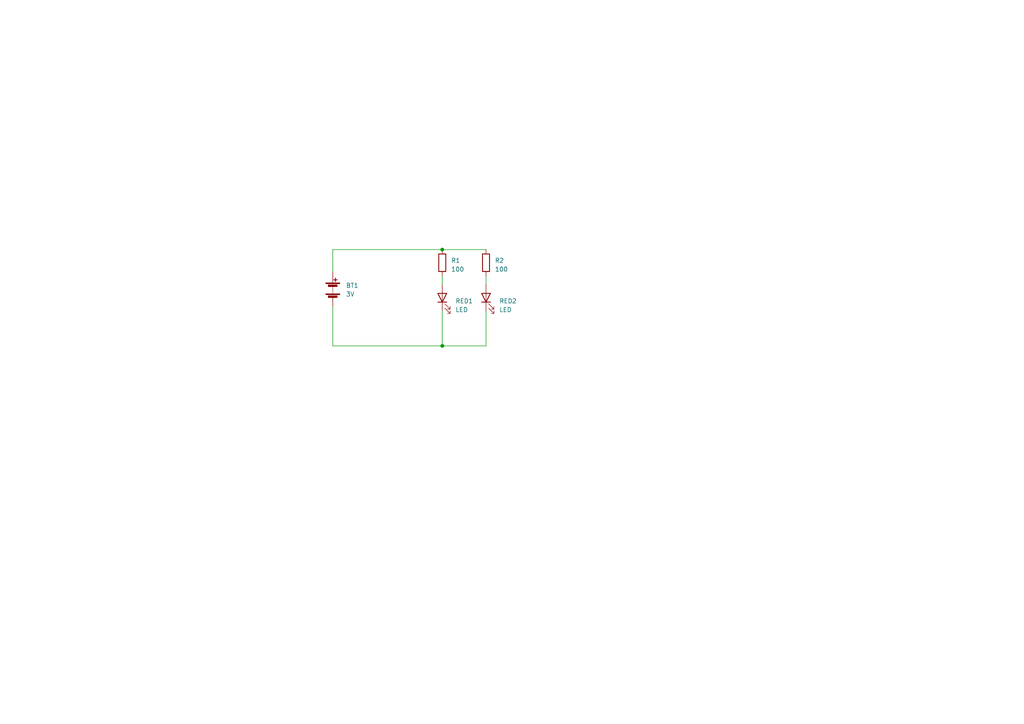
<source format=kicad_sch>
(kicad_sch (version 20230121) (generator eeschema)

  (uuid 71fbb82a-5db7-404e-9338-e556fa07dc70)

  (paper "A4")

  (lib_symbols
    (symbol "Device:Battery" (pin_numbers hide) (pin_names (offset 0) hide) (in_bom yes) (on_board yes)
      (property "Reference" "BT" (at 2.54 2.54 0)
        (effects (font (size 1.27 1.27)) (justify left))
      )
      (property "Value" "Battery" (at 2.54 0 0)
        (effects (font (size 1.27 1.27)) (justify left))
      )
      (property "Footprint" "" (at 0 1.524 90)
        (effects (font (size 1.27 1.27)) hide)
      )
      (property "Datasheet" "~" (at 0 1.524 90)
        (effects (font (size 1.27 1.27)) hide)
      )
      (property "ki_keywords" "batt voltage-source cell" (at 0 0 0)
        (effects (font (size 1.27 1.27)) hide)
      )
      (property "ki_description" "Multiple-cell battery" (at 0 0 0)
        (effects (font (size 1.27 1.27)) hide)
      )
      (symbol "Battery_0_1"
        (rectangle (start -2.032 -1.397) (end 2.032 -1.651)
          (stroke (width 0) (type default))
          (fill (type outline))
        )
        (rectangle (start -2.032 1.778) (end 2.032 1.524)
          (stroke (width 0) (type default))
          (fill (type outline))
        )
        (rectangle (start -1.3208 -1.9812) (end 1.27 -2.4892)
          (stroke (width 0) (type default))
          (fill (type outline))
        )
        (rectangle (start -1.3208 1.1938) (end 1.27 0.6858)
          (stroke (width 0) (type default))
          (fill (type outline))
        )
        (polyline
          (pts
            (xy 0 -1.524)
            (xy 0 -1.27)
          )
          (stroke (width 0) (type default))
          (fill (type none))
        )
        (polyline
          (pts
            (xy 0 -1.016)
            (xy 0 -0.762)
          )
          (stroke (width 0) (type default))
          (fill (type none))
        )
        (polyline
          (pts
            (xy 0 -0.508)
            (xy 0 -0.254)
          )
          (stroke (width 0) (type default))
          (fill (type none))
        )
        (polyline
          (pts
            (xy 0 0)
            (xy 0 0.254)
          )
          (stroke (width 0) (type default))
          (fill (type none))
        )
        (polyline
          (pts
            (xy 0 0.508)
            (xy 0 0.762)
          )
          (stroke (width 0) (type default))
          (fill (type none))
        )
        (polyline
          (pts
            (xy 0 1.778)
            (xy 0 2.54)
          )
          (stroke (width 0) (type default))
          (fill (type none))
        )
        (polyline
          (pts
            (xy 0.254 2.667)
            (xy 1.27 2.667)
          )
          (stroke (width 0.254) (type default))
          (fill (type none))
        )
        (polyline
          (pts
            (xy 0.762 3.175)
            (xy 0.762 2.159)
          )
          (stroke (width 0.254) (type default))
          (fill (type none))
        )
      )
      (symbol "Battery_1_1"
        (pin passive line (at 0 5.08 270) (length 2.54)
          (name "+" (effects (font (size 1.27 1.27))))
          (number "1" (effects (font (size 1.27 1.27))))
        )
        (pin passive line (at 0 -5.08 90) (length 2.54)
          (name "-" (effects (font (size 1.27 1.27))))
          (number "2" (effects (font (size 1.27 1.27))))
        )
      )
    )
    (symbol "Device:LED" (pin_numbers hide) (pin_names (offset 1.016) hide) (in_bom yes) (on_board yes)
      (property "Reference" "D" (at 0 2.54 0)
        (effects (font (size 1.27 1.27)))
      )
      (property "Value" "LED" (at 0 -2.54 0)
        (effects (font (size 1.27 1.27)))
      )
      (property "Footprint" "" (at 0 0 0)
        (effects (font (size 1.27 1.27)) hide)
      )
      (property "Datasheet" "~" (at 0 0 0)
        (effects (font (size 1.27 1.27)) hide)
      )
      (property "ki_keywords" "LED diode" (at 0 0 0)
        (effects (font (size 1.27 1.27)) hide)
      )
      (property "ki_description" "Light emitting diode" (at 0 0 0)
        (effects (font (size 1.27 1.27)) hide)
      )
      (property "ki_fp_filters" "LED* LED_SMD:* LED_THT:*" (at 0 0 0)
        (effects (font (size 1.27 1.27)) hide)
      )
      (symbol "LED_0_1"
        (polyline
          (pts
            (xy -1.27 -1.27)
            (xy -1.27 1.27)
          )
          (stroke (width 0.254) (type default))
          (fill (type none))
        )
        (polyline
          (pts
            (xy -1.27 0)
            (xy 1.27 0)
          )
          (stroke (width 0) (type default))
          (fill (type none))
        )
        (polyline
          (pts
            (xy 1.27 -1.27)
            (xy 1.27 1.27)
            (xy -1.27 0)
            (xy 1.27 -1.27)
          )
          (stroke (width 0.254) (type default))
          (fill (type none))
        )
        (polyline
          (pts
            (xy -3.048 -0.762)
            (xy -4.572 -2.286)
            (xy -3.81 -2.286)
            (xy -4.572 -2.286)
            (xy -4.572 -1.524)
          )
          (stroke (width 0) (type default))
          (fill (type none))
        )
        (polyline
          (pts
            (xy -1.778 -0.762)
            (xy -3.302 -2.286)
            (xy -2.54 -2.286)
            (xy -3.302 -2.286)
            (xy -3.302 -1.524)
          )
          (stroke (width 0) (type default))
          (fill (type none))
        )
      )
      (symbol "LED_1_1"
        (pin passive line (at -3.81 0 0) (length 2.54)
          (name "K" (effects (font (size 1.27 1.27))))
          (number "1" (effects (font (size 1.27 1.27))))
        )
        (pin passive line (at 3.81 0 180) (length 2.54)
          (name "A" (effects (font (size 1.27 1.27))))
          (number "2" (effects (font (size 1.27 1.27))))
        )
      )
    )
    (symbol "Device:R" (pin_numbers hide) (pin_names (offset 0)) (in_bom yes) (on_board yes)
      (property "Reference" "R" (at 2.032 0 90)
        (effects (font (size 1.27 1.27)))
      )
      (property "Value" "R" (at 0 0 90)
        (effects (font (size 1.27 1.27)))
      )
      (property "Footprint" "" (at -1.778 0 90)
        (effects (font (size 1.27 1.27)) hide)
      )
      (property "Datasheet" "~" (at 0 0 0)
        (effects (font (size 1.27 1.27)) hide)
      )
      (property "ki_keywords" "R res resistor" (at 0 0 0)
        (effects (font (size 1.27 1.27)) hide)
      )
      (property "ki_description" "Resistor" (at 0 0 0)
        (effects (font (size 1.27 1.27)) hide)
      )
      (property "ki_fp_filters" "R_*" (at 0 0 0)
        (effects (font (size 1.27 1.27)) hide)
      )
      (symbol "R_0_1"
        (rectangle (start -1.016 -2.54) (end 1.016 2.54)
          (stroke (width 0.254) (type default))
          (fill (type none))
        )
      )
      (symbol "R_1_1"
        (pin passive line (at 0 3.81 270) (length 1.27)
          (name "~" (effects (font (size 1.27 1.27))))
          (number "1" (effects (font (size 1.27 1.27))))
        )
        (pin passive line (at 0 -3.81 90) (length 1.27)
          (name "~" (effects (font (size 1.27 1.27))))
          (number "2" (effects (font (size 1.27 1.27))))
        )
      )
    )
  )

  (junction (at 128.27 100.33) (diameter 0) (color 0 0 0 0)
    (uuid 52602e3c-8614-44bf-8efa-87a39beb14c8)
  )
  (junction (at 128.27 72.39) (diameter 0) (color 0 0 0 0)
    (uuid ca30bc12-4963-4d3a-941e-9393e340976a)
  )

  (wire (pts (xy 96.52 72.39) (xy 96.52 78.74))
    (stroke (width 0) (type default))
    (uuid 08baf307-bc10-47b7-a738-5cd5243483fa)
  )
  (wire (pts (xy 96.52 72.39) (xy 128.27 72.39))
    (stroke (width 0) (type default))
    (uuid 128f2656-ea3f-482a-9203-6bf525efc414)
  )
  (wire (pts (xy 140.97 100.33) (xy 128.27 100.33))
    (stroke (width 0) (type default))
    (uuid 352dea54-bc17-4be4-b944-65349aea8334)
  )
  (wire (pts (xy 128.27 80.01) (xy 128.27 82.55))
    (stroke (width 0) (type default))
    (uuid 696dc60c-c5bd-4985-85be-86b0601c27a6)
  )
  (wire (pts (xy 128.27 90.17) (xy 128.27 100.33))
    (stroke (width 0) (type default))
    (uuid 6f6ea095-5d46-465b-a451-4e00aaff38ea)
  )
  (wire (pts (xy 96.52 100.33) (xy 96.52 88.9))
    (stroke (width 0) (type default))
    (uuid 8d9eaf2c-5c02-4e4a-928e-3834b1cbd552)
  )
  (wire (pts (xy 128.27 100.33) (xy 96.52 100.33))
    (stroke (width 0) (type default))
    (uuid 9fb3ddd2-390e-47a2-8d5a-57c6dba890ad)
  )
  (wire (pts (xy 128.27 72.39) (xy 140.97 72.39))
    (stroke (width 0) (type default))
    (uuid b20b6753-d733-4f2b-8c4a-0518f960d19d)
  )
  (wire (pts (xy 140.97 90.17) (xy 140.97 100.33))
    (stroke (width 0) (type default))
    (uuid b55d01f0-5e53-4ebf-a972-9151af4ccd4e)
  )
  (wire (pts (xy 140.97 80.01) (xy 140.97 82.55))
    (stroke (width 0) (type default))
    (uuid e53e1d0f-bee2-4e1f-b803-8e790b508a2f)
  )

  (symbol (lib_id "Device:Battery") (at 96.52 83.82 0) (unit 1)
    (in_bom yes) (on_board yes) (dnp no) (fields_autoplaced)
    (uuid 7224e046-4c8c-4656-825b-68a8ad81d546)
    (property "Reference" "BT1" (at 100.33 82.804 0)
      (effects (font (size 1.27 1.27)) (justify left))
    )
    (property "Value" "3V" (at 100.33 85.344 0)
      (effects (font (size 1.27 1.27)) (justify left))
    )
    (property "Footprint" "Battery:BatteryHolder_Keystone_3034_1x20mm" (at 96.52 82.296 90)
      (effects (font (size 1.27 1.27)) hide)
    )
    (property "Datasheet" "~" (at 96.52 82.296 90)
      (effects (font (size 1.27 1.27)) hide)
    )
    (pin "1" (uuid e078982b-3217-48b2-bf30-19e64eabff8b))
    (pin "2" (uuid 6a0097f4-9aab-428a-8d7d-4e9f9b16388c))
    (instances
      (project "Final_Project"
        (path "/71fbb82a-5db7-404e-9338-e556fa07dc70"
          (reference "BT1") (unit 1)
        )
      )
    )
  )

  (symbol (lib_id "Device:R") (at 128.27 76.2 0) (unit 1)
    (in_bom yes) (on_board yes) (dnp no) (fields_autoplaced)
    (uuid 7b1d8da9-a240-4519-b1e4-db88ec8bad7f)
    (property "Reference" "R1" (at 130.81 75.565 0)
      (effects (font (size 1.27 1.27)) (justify left))
    )
    (property "Value" "100" (at 130.81 78.105 0)
      (effects (font (size 1.27 1.27)) (justify left))
    )
    (property "Footprint" "Resistor_THT:R_Axial_DIN0309_L9.0mm_D3.2mm_P12.70mm_Horizontal" (at 126.492 76.2 90)
      (effects (font (size 1.27 1.27)) hide)
    )
    (property "Datasheet" "~" (at 128.27 76.2 0)
      (effects (font (size 1.27 1.27)) hide)
    )
    (pin "1" (uuid ec6006e5-d933-4c94-8ca5-1514d399213c))
    (pin "2" (uuid 8109ec9b-18af-4aa1-8340-3ca110644941))
    (instances
      (project "Final_Project"
        (path "/71fbb82a-5db7-404e-9338-e556fa07dc70"
          (reference "R1") (unit 1)
        )
      )
    )
  )

  (symbol (lib_id "Device:LED") (at 140.97 86.36 90) (unit 1)
    (in_bom yes) (on_board yes) (dnp no) (fields_autoplaced)
    (uuid af8265cd-7f5b-4a53-8da2-de65f24d8923)
    (property "Reference" "RED2" (at 144.78 87.3125 90)
      (effects (font (size 1.27 1.27)) (justify right))
    )
    (property "Value" "LED" (at 144.78 89.8525 90)
      (effects (font (size 1.27 1.27)) (justify right))
    )
    (property "Footprint" "LED_THT:LED_D3.0mm" (at 140.97 86.36 0)
      (effects (font (size 1.27 1.27)) hide)
    )
    (property "Datasheet" "~" (at 140.97 86.36 0)
      (effects (font (size 1.27 1.27)) hide)
    )
    (pin "1" (uuid 4e32804a-40b0-49a9-96f7-45e9d4d14ce7))
    (pin "2" (uuid a5f39956-c960-463e-9de3-94eaa2e0196e))
    (instances
      (project "Final_Project"
        (path "/71fbb82a-5db7-404e-9338-e556fa07dc70"
          (reference "RED2") (unit 1)
        )
      )
    )
  )

  (symbol (lib_id "Device:R") (at 140.97 76.2 0) (unit 1)
    (in_bom yes) (on_board yes) (dnp no) (fields_autoplaced)
    (uuid cd45665e-629b-4a45-a757-10b5bf15d55c)
    (property "Reference" "R2" (at 143.51 75.565 0)
      (effects (font (size 1.27 1.27)) (justify left))
    )
    (property "Value" "100" (at 143.51 78.105 0)
      (effects (font (size 1.27 1.27)) (justify left))
    )
    (property "Footprint" "Resistor_THT:R_Axial_DIN0309_L9.0mm_D3.2mm_P12.70mm_Horizontal" (at 139.192 76.2 90)
      (effects (font (size 1.27 1.27)) hide)
    )
    (property "Datasheet" "~" (at 140.97 76.2 0)
      (effects (font (size 1.27 1.27)) hide)
    )
    (pin "1" (uuid 484891c1-206d-4a2a-ab3e-7ea010c821a3))
    (pin "2" (uuid 69eae2c2-207e-4cae-b02c-9ce9b6609464))
    (instances
      (project "Final_Project"
        (path "/71fbb82a-5db7-404e-9338-e556fa07dc70"
          (reference "R2") (unit 1)
        )
      )
    )
  )

  (symbol (lib_id "Device:LED") (at 128.27 86.36 90) (unit 1)
    (in_bom yes) (on_board yes) (dnp no) (fields_autoplaced)
    (uuid fc508365-5c7c-4f21-b89d-6d8a454f6a7c)
    (property "Reference" "RED1" (at 132.08 87.3125 90)
      (effects (font (size 1.27 1.27)) (justify right))
    )
    (property "Value" "LED" (at 132.08 89.8525 90)
      (effects (font (size 1.27 1.27)) (justify right))
    )
    (property "Footprint" "LED_THT:LED_D3.0mm" (at 128.27 86.36 0)
      (effects (font (size 1.27 1.27)) hide)
    )
    (property "Datasheet" "~" (at 128.27 86.36 0)
      (effects (font (size 1.27 1.27)) hide)
    )
    (pin "1" (uuid 01d9f641-67b5-446f-ada6-eb858ae27ee4))
    (pin "2" (uuid 57f777c8-8ce1-45cb-b964-601660ca61f3))
    (instances
      (project "Final_Project"
        (path "/71fbb82a-5db7-404e-9338-e556fa07dc70"
          (reference "RED1") (unit 1)
        )
      )
    )
  )

  (sheet_instances
    (path "/" (page "1"))
  )
)

</source>
